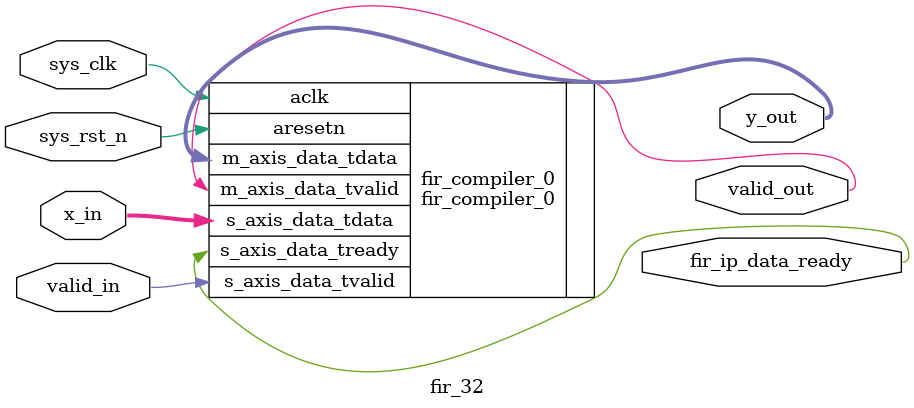
<source format=v>
module fir_32 (
        input                   sys_clk,
        input                   sys_rst_n,
        input    signed [23:0]  x_in,
        input                   valid_in,
        output   signed [47:0]  y_out,
        output                  valid_out,
        output                  fir_ip_data_ready
    );
    
   // wire signed [23:0] x_in_extended;
   // wire signed [35:0] y_out_shortened;
    
   // assign x_in_extended = {{6{x_in[17]}}, x_in};
   // assign y_out = {{4{y_out_shortened[35]}},y_out_shortened};
    
    //Fir Compiler IP
    fir_compiler_0 fir_compiler_0(
        .aclk(sys_clk),
        .aresetn(sys_rst_n),
        .s_axis_data_tvalid(valid_in),
        .s_axis_data_tdata(x_in),
        .s_axis_data_tready(fir_ip_data_ready),  // tell other modules that fir IP core has been ready to receive new data
        .m_axis_data_tvalid(valid_out),
        .m_axis_data_tdata(y_out)
    );
    
endmodule

</source>
